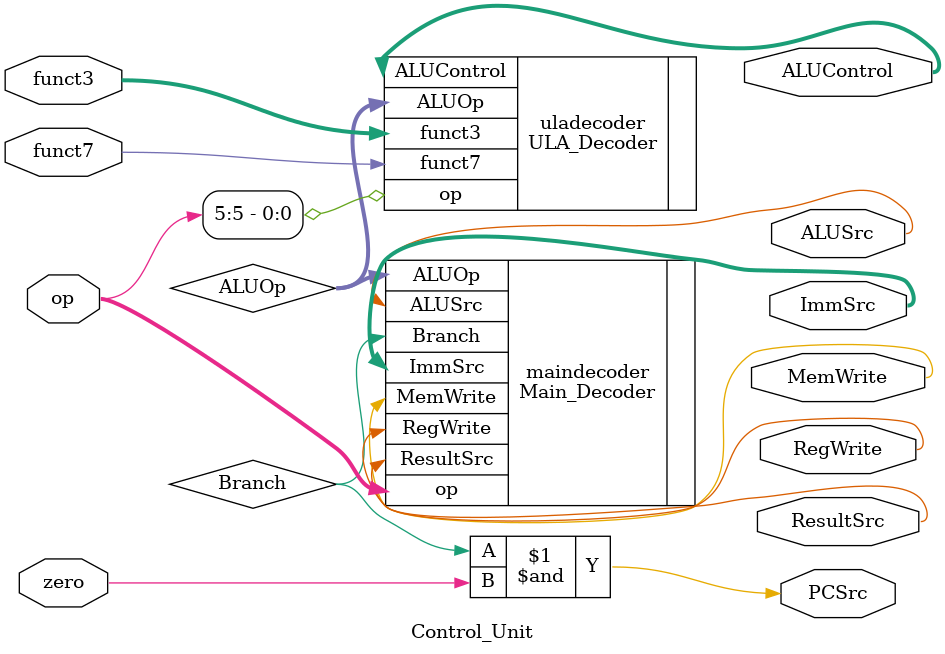
<source format=v>
module Control_Unit (
  input [6:0] op,
  output ResultSrc,
  output MemWrite,
  output PCSrc,
  output ALUSrc,
  output [1:0] ImmSrc,
  output RegWrite,
  input [2:0] funct3,
  input zero,
  input funct7,
  output [2:0] ALUControl
);

wire Branch;
wire [1:0] ALUOp;
assign PCSrc = Branch & zero;
Main_Decoder maindecoder (
  .op(op),
  .Branch(Branch),
  .ResultSrc(ResultSrc),
  .MemWrite(MemWrite),
  .ALUSrc(ALUSrc),
  .ImmSrc(ImmSrc),
  .RegWrite(RegWrite),
  .ALUOp(ALUOp)
);

ULA_Decoder uladecoder (
  .ALUOp(ALUOp),
  .op(op[5]),
  .funct3(funct3),
  .funct7(funct7),
  .ALUControl(ALUControl)
);

endmodule
/*module Control_Unit (
  input [5:0] Opcode,
  input [5:0] Funct,
  output MemtoReg,
  output MemWrite,
  output Branch,
  output ULASrc,
  output RegDst,
  output RegWrite,
  output ALUControl
);

wire [1:0] ALUOp;
  
Main_Decoder maindecoder (
  .Opcode(Opcode),
  .ULAOp(ALUOp),
  .MemtoReg(MemtoReg),
  .MemWrite(MemWrite),
  .Branch(Branch),
  .ULASrc(ULASrc),
  .RegDst(RegDst),
  .RegWrite(RegWrite)
);

ULA_Decoder uladecoder (
  .Funct(Funct),
  .ALUOp(ALUOp),
  .ULAControl(ALUControl)
);

endmodule*/

</source>
